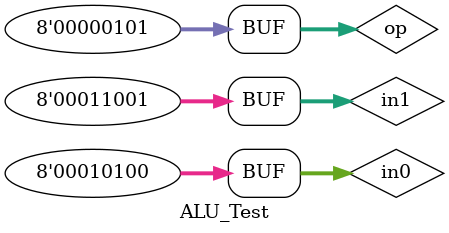
<source format=sv>
`timescale 1ns / 1ps

module ALU_Test();
    reg [7:0] in0;
    reg [7:0] in1;
    reg [7:0] op;
    wire [7:0] out;
    
    ALU alu(
        .in0(in0), .in1(in1), .op(op), .out(out)
    );
    initial 
        begin
        in0 = 8'd5; in1 = 8'd5; op = 0; #10;
        in0 = 8'd10; in1 = 8'd5; op = 1; #10;
        in0 = 8'd1; in1 = 8'd2; op = 2; #10;
        in0 = 8'd3; in1 = 8'd4; op = 3; #10;
        in0 = 8'd5; in1 = 8'd6; op = 4; #10;
        in0 = 8'd20; in1 = 8'd25; op = 5; #10;
        end
endmodule
</source>
